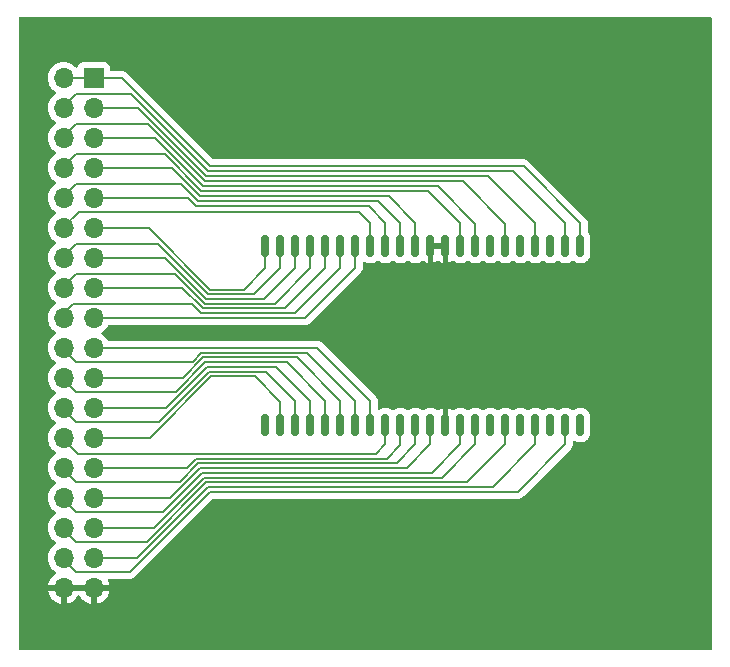
<source format=gtl>
G04 #@! TF.GenerationSoftware,KiCad,Pcbnew,8.0.7*
G04 #@! TF.CreationDate,2025-04-14T04:35:35+02:00*
G04 #@! TF.ProjectId,Am29F400B-MEGA-adapter,416d3239-4634-4303-9042-2d4d4547412d,rev?*
G04 #@! TF.SameCoordinates,Original*
G04 #@! TF.FileFunction,Copper,L1,Top*
G04 #@! TF.FilePolarity,Positive*
%FSLAX46Y46*%
G04 Gerber Fmt 4.6, Leading zero omitted, Abs format (unit mm)*
G04 Created by KiCad (PCBNEW 8.0.7) date 2025-04-14 04:35:35*
%MOMM*%
%LPD*%
G01*
G04 APERTURE LIST*
G04 Aperture macros list*
%AMRoundRect*
0 Rectangle with rounded corners*
0 $1 Rounding radius*
0 $2 $3 $4 $5 $6 $7 $8 $9 X,Y pos of 4 corners*
0 Add a 4 corners polygon primitive as box body*
4,1,4,$2,$3,$4,$5,$6,$7,$8,$9,$2,$3,0*
0 Add four circle primitives for the rounded corners*
1,1,$1+$1,$2,$3*
1,1,$1+$1,$4,$5*
1,1,$1+$1,$6,$7*
1,1,$1+$1,$8,$9*
0 Add four rect primitives between the rounded corners*
20,1,$1+$1,$2,$3,$4,$5,0*
20,1,$1+$1,$4,$5,$6,$7,0*
20,1,$1+$1,$6,$7,$8,$9,0*
20,1,$1+$1,$8,$9,$2,$3,0*%
G04 Aperture macros list end*
G04 #@! TA.AperFunction,SMDPad,CuDef*
%ADD10RoundRect,0.150000X0.150000X-0.775000X0.150000X0.775000X-0.150000X0.775000X-0.150000X-0.775000X0*%
G04 #@! TD*
G04 #@! TA.AperFunction,ComponentPad*
%ADD11R,1.700000X1.700000*%
G04 #@! TD*
G04 #@! TA.AperFunction,ComponentPad*
%ADD12O,1.700000X1.700000*%
G04 #@! TD*
G04 #@! TA.AperFunction,Conductor*
%ADD13C,0.200000*%
G04 #@! TD*
G04 APERTURE END LIST*
D10*
X133165000Y-98575000D03*
X134435000Y-98575000D03*
X135705000Y-98575000D03*
X136975000Y-98575000D03*
X138245000Y-98575000D03*
X139515000Y-98575000D03*
X140785000Y-98575000D03*
X142055000Y-98575000D03*
X143325000Y-98575000D03*
X144595000Y-98575000D03*
X145865000Y-98575000D03*
X147135000Y-98575000D03*
X148405000Y-98575000D03*
X149675000Y-98575000D03*
X150945000Y-98575000D03*
X152215000Y-98575000D03*
X153485000Y-98575000D03*
X154755000Y-98575000D03*
X156025000Y-98575000D03*
X157295000Y-98575000D03*
X158565000Y-98575000D03*
X159835000Y-98575000D03*
X159835000Y-83425000D03*
X158565000Y-83425000D03*
X157295000Y-83425000D03*
X156025000Y-83425000D03*
X154755000Y-83425000D03*
X153485000Y-83425000D03*
X152215000Y-83425000D03*
X150945000Y-83425000D03*
X149675000Y-83425000D03*
X148405000Y-83425000D03*
X147135000Y-83425000D03*
X145865000Y-83425000D03*
X144595000Y-83425000D03*
X143325000Y-83425000D03*
X142055000Y-83425000D03*
X140785000Y-83425000D03*
X139515000Y-83425000D03*
X138245000Y-83425000D03*
X136975000Y-83425000D03*
X135705000Y-83425000D03*
X134435000Y-83425000D03*
X133165000Y-83425000D03*
D11*
X118618000Y-69180000D03*
D12*
X116078000Y-69180000D03*
X118618000Y-71720000D03*
X116078000Y-71720000D03*
X118618000Y-74260000D03*
X116078000Y-74260000D03*
X118618000Y-76800000D03*
X116078000Y-76800000D03*
X118618000Y-79340000D03*
X116078000Y-79340000D03*
X118618000Y-81880000D03*
X116078000Y-81880000D03*
X118618000Y-84420000D03*
X116078000Y-84420000D03*
X118618000Y-86960000D03*
X116078000Y-86960000D03*
X118618000Y-89500000D03*
X116078000Y-89500000D03*
X118618000Y-92040000D03*
X116078000Y-92040000D03*
X118618000Y-94580000D03*
X116078000Y-94580000D03*
X118618000Y-97120000D03*
X116078000Y-97120000D03*
X118618000Y-99660000D03*
X116078000Y-99660000D03*
X118618000Y-102200000D03*
X116078000Y-102200000D03*
X118618000Y-104740000D03*
X116078000Y-104740000D03*
X118618000Y-107280000D03*
X116078000Y-107280000D03*
X118618000Y-109820000D03*
X116078000Y-109820000D03*
X118618000Y-112360000D03*
X116078000Y-112360000D03*
D13*
X120996000Y-69180000D02*
X115960000Y-69180000D01*
X128486000Y-76670000D02*
X120996000Y-69180000D01*
X155021902Y-76670000D02*
X128486000Y-76670000D01*
X159835000Y-81483098D02*
X155021902Y-76670000D01*
X159835000Y-83425000D02*
X159835000Y-81483098D01*
X154145244Y-77070000D02*
X128320314Y-77070000D01*
X128320314Y-77070000D02*
X121820314Y-70570000D01*
X158565000Y-83425000D02*
X158565000Y-81489756D01*
X117110000Y-70570000D02*
X115960000Y-71720000D01*
X121820314Y-70570000D02*
X117110000Y-70570000D01*
X158565000Y-81489756D02*
X154145244Y-77070000D01*
X151990943Y-77470000D02*
X128154628Y-77470000D01*
X128154628Y-77470000D02*
X122404628Y-71720000D01*
X156025000Y-83425000D02*
X156025000Y-81504057D01*
X122404628Y-71720000D02*
X118500000Y-71720000D01*
X156025000Y-81504057D02*
X151990943Y-77470000D01*
X123813256Y-74260000D02*
X118500000Y-74260000D01*
X150945000Y-83425000D02*
X150945000Y-81508295D01*
X150945000Y-81508295D02*
X147776705Y-78340000D01*
X127893256Y-78340000D02*
X123813256Y-74260000D01*
X147776705Y-78340000D02*
X127893256Y-78340000D01*
X149879629Y-77940000D02*
X128058942Y-77940000D01*
X117110000Y-73110000D02*
X115960000Y-74260000D01*
X128058942Y-77940000D02*
X123228942Y-73110000D01*
X153485000Y-83425000D02*
X153485000Y-81545371D01*
X123228942Y-73110000D02*
X117110000Y-73110000D01*
X153485000Y-81545371D02*
X149879629Y-77940000D01*
X127727570Y-78740000D02*
X124637570Y-75650000D01*
X124637570Y-75650000D02*
X117110000Y-75650000D01*
X146911245Y-78740000D02*
X127727570Y-78740000D01*
X149675000Y-83425000D02*
X149675000Y-81503755D01*
X149675000Y-81503755D02*
X146911245Y-78740000D01*
X117110000Y-75650000D02*
X115960000Y-76800000D01*
X145865000Y-81462138D02*
X145865000Y-83425000D01*
X125221884Y-76800000D02*
X127631884Y-79210000D01*
X143612862Y-79210000D02*
X145865000Y-81462138D01*
X127631884Y-79210000D02*
X143612862Y-79210000D01*
X118500000Y-76800000D02*
X125221884Y-76800000D01*
X128502000Y-87100000D02*
X123282000Y-81880000D01*
X133165000Y-85251290D02*
X131316290Y-87100000D01*
X131316290Y-87100000D02*
X128502000Y-87100000D01*
X133165000Y-83425000D02*
X133165000Y-85251290D01*
X123282000Y-81880000D02*
X118500000Y-81880000D01*
X126629645Y-79339133D02*
X127300512Y-80010000D01*
X118500867Y-79339133D02*
X126629645Y-79339133D01*
X143325000Y-81447459D02*
X143325000Y-83425000D01*
X141887541Y-80010000D02*
X143325000Y-81447459D01*
X118500000Y-79340000D02*
X118500867Y-79339133D01*
X127300512Y-80010000D02*
X141887541Y-80010000D01*
X117110000Y-83270000D02*
X124106314Y-83270000D01*
X134435000Y-85242647D02*
X134435000Y-83425000D01*
X124106314Y-83270000D02*
X128336314Y-87500000D01*
X132177647Y-87500000D02*
X134435000Y-85242647D01*
X128336314Y-87500000D02*
X132177647Y-87500000D01*
X115960000Y-84420000D02*
X117110000Y-83270000D01*
X118500000Y-84420000D02*
X124690628Y-84420000D01*
X124690628Y-84420000D02*
X128170628Y-87900000D01*
X128170628Y-87900000D02*
X133044352Y-87900000D01*
X133044352Y-87900000D02*
X135705000Y-85239352D01*
X135705000Y-85239352D02*
X135705000Y-83425000D01*
X128004942Y-88300000D02*
X133935942Y-88300000D01*
X115960000Y-86960000D02*
X117110000Y-85810000D01*
X133935942Y-88300000D02*
X136975000Y-85260942D01*
X136975000Y-85260942D02*
X136975000Y-83425000D01*
X117110000Y-85810000D02*
X125514942Y-85810000D01*
X125514942Y-85810000D02*
X128004942Y-88300000D01*
X134790204Y-88700000D02*
X127839256Y-88700000D01*
X138245000Y-85245204D02*
X134790204Y-88700000D01*
X127839256Y-88700000D02*
X126099256Y-86960000D01*
X138245000Y-83425000D02*
X138245000Y-85245204D01*
X126099256Y-86960000D02*
X118500000Y-86960000D01*
X126923570Y-88350000D02*
X116850000Y-88350000D01*
X127673570Y-89100000D02*
X126923570Y-88350000D01*
X139515000Y-85249374D02*
X135664374Y-89100000D01*
X135664374Y-89100000D02*
X127673570Y-89100000D01*
X139515000Y-83425000D02*
X139515000Y-85249374D01*
X116850000Y-88350000D02*
X115960000Y-89240000D01*
X115960000Y-89240000D02*
X115960000Y-89500000D01*
X118500000Y-89500000D02*
X136524663Y-89500000D01*
X136524663Y-89500000D02*
X140785000Y-85239663D01*
X140785000Y-85239663D02*
X140785000Y-83425000D01*
X158565000Y-100190690D02*
X158565000Y-98575000D01*
X117110000Y-110970000D02*
X121694000Y-110970000D01*
X154541885Y-104213805D02*
X158565000Y-100190690D01*
X121694000Y-110970000D02*
X128450195Y-104213805D01*
X115960000Y-109820000D02*
X117110000Y-110970000D01*
X128450195Y-104213805D02*
X154541885Y-104213805D01*
X156025000Y-98575000D02*
X156025000Y-100188572D01*
X122278314Y-109820000D02*
X118500000Y-109820000D01*
X128284509Y-103813805D02*
X122278314Y-109820000D01*
X156025000Y-100188572D02*
X152399767Y-103813805D01*
X152399767Y-103813805D02*
X128284509Y-103813805D01*
X153485000Y-100197651D02*
X153485000Y-98575000D01*
X128118823Y-103413805D02*
X150268846Y-103413805D01*
X150268846Y-103413805D02*
X153485000Y-100197651D01*
X115960000Y-107280000D02*
X117110000Y-108430000D01*
X117110000Y-108430000D02*
X123102628Y-108430000D01*
X123102628Y-108430000D02*
X128118823Y-103413805D01*
X148121128Y-103013805D02*
X150945000Y-100189933D01*
X150945000Y-100189933D02*
X150945000Y-98575000D01*
X118500000Y-107280000D02*
X123686942Y-107280000D01*
X127953137Y-103013805D02*
X148121128Y-103013805D01*
X123686942Y-107280000D02*
X127953137Y-103013805D01*
X117110000Y-105890000D02*
X124511256Y-105890000D01*
X115960000Y-104740000D02*
X117110000Y-105890000D01*
X127787451Y-102613805D02*
X147238870Y-102613805D01*
X149675000Y-100177675D02*
X149675000Y-98575000D01*
X124511256Y-105890000D02*
X127787451Y-102613805D01*
X147238870Y-102613805D02*
X149675000Y-100177675D01*
X127621765Y-102213805D02*
X145124748Y-102213805D01*
X118500000Y-104740000D02*
X125095570Y-104740000D01*
X145124748Y-102213805D02*
X147135000Y-100203553D01*
X125095570Y-104740000D02*
X127621765Y-102213805D01*
X147135000Y-100203553D02*
X147135000Y-98575000D01*
X143416225Y-101413805D02*
X144595000Y-100235030D01*
X127290393Y-101413805D02*
X143416225Y-101413805D01*
X118500000Y-102200000D02*
X126504198Y-102200000D01*
X126504198Y-102200000D02*
X127290393Y-101413805D01*
X144595000Y-100235030D02*
X144595000Y-98575000D01*
X137547981Y-92040000D02*
X142055000Y-96547019D01*
X142055000Y-96547019D02*
X142055000Y-98575000D01*
X118500000Y-92040000D02*
X137547981Y-92040000D01*
X126993570Y-93190000D02*
X117110000Y-93190000D01*
X136682521Y-92440000D02*
X127743570Y-92440000D01*
X140785000Y-98575000D02*
X140785000Y-96542479D01*
X127743570Y-92440000D02*
X126993570Y-93190000D01*
X117110000Y-93190000D02*
X115960000Y-92040000D01*
X140785000Y-96542479D02*
X136682521Y-92440000D01*
X134435000Y-96581372D02*
X132293628Y-94440000D01*
X132293628Y-94440000D02*
X128572000Y-94440000D01*
X128572000Y-94440000D02*
X123352000Y-99660000D01*
X134435000Y-98575000D02*
X134435000Y-96581372D01*
X123352000Y-99660000D02*
X118500000Y-99660000D01*
X126169256Y-94580000D02*
X118500000Y-94580000D01*
X139515000Y-96554737D02*
X135800263Y-92840000D01*
X127909256Y-92840000D02*
X126169256Y-94580000D01*
X139515000Y-98575000D02*
X139515000Y-96554737D01*
X135800263Y-92840000D02*
X127909256Y-92840000D01*
X124760628Y-97120000D02*
X118500000Y-97120000D01*
X136975000Y-96534459D02*
X134080541Y-93640000D01*
X134080541Y-93640000D02*
X128240628Y-93640000D01*
X136975000Y-98575000D02*
X136975000Y-96534459D01*
X128240628Y-93640000D02*
X124760628Y-97120000D01*
X133231880Y-94040000D02*
X135705000Y-96513120D01*
X124176314Y-98270000D02*
X128406314Y-94040000D01*
X135705000Y-96513120D02*
X135705000Y-98575000D01*
X117110000Y-98270000D02*
X124176314Y-98270000D01*
X115960000Y-97120000D02*
X117110000Y-98270000D01*
X128406314Y-94040000D02*
X133231880Y-94040000D01*
X145865000Y-100208092D02*
X145865000Y-98575000D01*
X115960000Y-102200000D02*
X117110000Y-103350000D01*
X144259287Y-101813805D02*
X145865000Y-100208092D01*
X117110000Y-103350000D02*
X125919884Y-103350000D01*
X125919884Y-103350000D02*
X127456079Y-101813805D01*
X127456079Y-101813805D02*
X144259287Y-101813805D01*
X142481832Y-101013805D02*
X143325000Y-100170637D01*
X117313805Y-101013805D02*
X142481832Y-101013805D01*
X115960000Y-99660000D02*
X117313805Y-101013805D01*
X143325000Y-100170637D02*
X143325000Y-98575000D01*
X128074942Y-93240000D02*
X134946001Y-93240000D01*
X134946001Y-93240000D02*
X138245000Y-96538999D01*
X125584942Y-95730000D02*
X128074942Y-93240000D01*
X117110000Y-95730000D02*
X125584942Y-95730000D01*
X138245000Y-96538999D02*
X138245000Y-98575000D01*
X115960000Y-94580000D02*
X117110000Y-95730000D01*
X117350000Y-80490000D02*
X115960000Y-81880000D01*
X141055000Y-80490000D02*
X117350000Y-80490000D01*
X142055000Y-81490000D02*
X141055000Y-80490000D01*
X142055000Y-83425000D02*
X142055000Y-81490000D01*
X126046198Y-78190000D02*
X117110000Y-78190000D01*
X144595000Y-81502394D02*
X142702606Y-79610000D01*
X142702606Y-79610000D02*
X127466198Y-79610000D01*
X117110000Y-78190000D02*
X115960000Y-79340000D01*
X127466198Y-79610000D02*
X126046198Y-78190000D01*
X144595000Y-83425000D02*
X144595000Y-81502394D01*
G04 #@! TA.AperFunction,Conductor*
G36*
X118152075Y-112167007D02*
G01*
X118118000Y-112294174D01*
X118118000Y-112425826D01*
X118152075Y-112552993D01*
X118184988Y-112610000D01*
X116511012Y-112610000D01*
X116543925Y-112552993D01*
X116578000Y-112425826D01*
X116578000Y-112294174D01*
X116543925Y-112167007D01*
X116511012Y-112110000D01*
X118184988Y-112110000D01*
X118152075Y-112167007D01*
G37*
G04 #@! TD.AperFunction*
G04 #@! TA.AperFunction,Conductor*
G36*
X170892539Y-64020185D02*
G01*
X170938294Y-64072989D01*
X170949500Y-64124500D01*
X170949500Y-117485500D01*
X170929815Y-117552539D01*
X170877011Y-117598294D01*
X170825500Y-117609500D01*
X112384500Y-117609500D01*
X112317461Y-117589815D01*
X112271706Y-117537011D01*
X112260500Y-117485500D01*
X112260500Y-69179999D01*
X114722341Y-69179999D01*
X114722341Y-69180000D01*
X114742936Y-69415403D01*
X114742938Y-69415413D01*
X114804094Y-69643655D01*
X114804096Y-69643659D01*
X114804097Y-69643663D01*
X114869588Y-69784108D01*
X114903965Y-69857830D01*
X114903967Y-69857834D01*
X115039501Y-70051395D01*
X115039506Y-70051402D01*
X115206597Y-70218493D01*
X115206603Y-70218498D01*
X115392158Y-70348425D01*
X115435783Y-70403002D01*
X115442977Y-70472500D01*
X115411454Y-70534855D01*
X115392158Y-70551575D01*
X115206597Y-70681505D01*
X115039505Y-70848597D01*
X114903965Y-71042169D01*
X114903964Y-71042171D01*
X114804098Y-71256335D01*
X114804094Y-71256344D01*
X114742938Y-71484586D01*
X114742936Y-71484596D01*
X114722341Y-71719999D01*
X114722341Y-71720000D01*
X114742936Y-71955403D01*
X114742938Y-71955413D01*
X114804094Y-72183655D01*
X114804096Y-72183659D01*
X114804097Y-72183663D01*
X114903965Y-72397830D01*
X114903967Y-72397834D01*
X115039501Y-72591395D01*
X115039506Y-72591402D01*
X115206597Y-72758493D01*
X115206603Y-72758498D01*
X115392158Y-72888425D01*
X115435783Y-72943002D01*
X115442977Y-73012500D01*
X115411454Y-73074855D01*
X115392158Y-73091575D01*
X115206597Y-73221505D01*
X115039505Y-73388597D01*
X114903965Y-73582169D01*
X114903964Y-73582171D01*
X114804098Y-73796335D01*
X114804094Y-73796344D01*
X114742938Y-74024586D01*
X114742936Y-74024596D01*
X114722341Y-74259999D01*
X114722341Y-74260000D01*
X114742936Y-74495403D01*
X114742938Y-74495413D01*
X114804094Y-74723655D01*
X114804096Y-74723659D01*
X114804097Y-74723663D01*
X114903965Y-74937830D01*
X114903967Y-74937834D01*
X115039501Y-75131395D01*
X115039506Y-75131402D01*
X115206597Y-75298493D01*
X115206603Y-75298498D01*
X115392158Y-75428425D01*
X115435783Y-75483002D01*
X115442977Y-75552500D01*
X115411454Y-75614855D01*
X115392158Y-75631575D01*
X115206597Y-75761505D01*
X115039505Y-75928597D01*
X114903965Y-76122169D01*
X114903964Y-76122171D01*
X114804098Y-76336335D01*
X114804094Y-76336344D01*
X114742938Y-76564586D01*
X114742936Y-76564596D01*
X114722341Y-76799999D01*
X114722341Y-76800000D01*
X114742936Y-77035403D01*
X114742938Y-77035413D01*
X114804094Y-77263655D01*
X114804096Y-77263659D01*
X114804097Y-77263663D01*
X114903965Y-77477830D01*
X114903967Y-77477834D01*
X114982157Y-77589500D01*
X115039095Y-77670816D01*
X115039501Y-77671395D01*
X115039506Y-77671402D01*
X115206597Y-77838493D01*
X115206603Y-77838498D01*
X115392158Y-77968425D01*
X115435783Y-78023002D01*
X115442977Y-78092500D01*
X115411454Y-78154855D01*
X115392158Y-78171575D01*
X115206597Y-78301505D01*
X115039505Y-78468597D01*
X114903965Y-78662169D01*
X114903964Y-78662171D01*
X114804098Y-78876335D01*
X114804094Y-78876344D01*
X114742938Y-79104586D01*
X114742936Y-79104596D01*
X114722341Y-79339999D01*
X114722341Y-79340000D01*
X114742936Y-79575403D01*
X114742938Y-79575413D01*
X114804094Y-79803655D01*
X114804096Y-79803659D01*
X114804097Y-79803663D01*
X114808000Y-79812032D01*
X114903965Y-80017830D01*
X114903967Y-80017834D01*
X115039501Y-80211395D01*
X115039506Y-80211402D01*
X115206597Y-80378493D01*
X115206603Y-80378498D01*
X115392158Y-80508425D01*
X115435783Y-80563002D01*
X115442977Y-80632500D01*
X115411454Y-80694855D01*
X115392158Y-80711575D01*
X115206597Y-80841505D01*
X115039505Y-81008597D01*
X114903965Y-81202169D01*
X114903964Y-81202171D01*
X114804098Y-81416335D01*
X114804094Y-81416344D01*
X114742938Y-81644586D01*
X114742936Y-81644596D01*
X114722341Y-81879999D01*
X114722341Y-81880000D01*
X114742936Y-82115403D01*
X114742938Y-82115413D01*
X114804094Y-82343655D01*
X114804096Y-82343659D01*
X114804097Y-82343663D01*
X114899114Y-82547426D01*
X114903965Y-82557830D01*
X114903967Y-82557834D01*
X115039501Y-82751395D01*
X115039506Y-82751402D01*
X115206597Y-82918493D01*
X115206603Y-82918498D01*
X115392158Y-83048425D01*
X115435783Y-83103002D01*
X115442977Y-83172500D01*
X115411454Y-83234855D01*
X115392158Y-83251575D01*
X115206597Y-83381505D01*
X115039505Y-83548597D01*
X114903965Y-83742169D01*
X114903964Y-83742171D01*
X114804098Y-83956335D01*
X114804094Y-83956344D01*
X114742938Y-84184586D01*
X114742936Y-84184596D01*
X114722341Y-84419999D01*
X114722341Y-84420000D01*
X114742936Y-84655403D01*
X114742938Y-84655413D01*
X114804094Y-84883655D01*
X114804096Y-84883659D01*
X114804097Y-84883663D01*
X114888875Y-85065469D01*
X114903965Y-85097830D01*
X114903967Y-85097834D01*
X115039501Y-85291395D01*
X115039506Y-85291402D01*
X115206597Y-85458493D01*
X115206603Y-85458498D01*
X115392158Y-85588425D01*
X115435783Y-85643002D01*
X115442977Y-85712500D01*
X115411454Y-85774855D01*
X115392158Y-85791575D01*
X115206597Y-85921505D01*
X115039505Y-86088597D01*
X114903965Y-86282169D01*
X114903964Y-86282171D01*
X114804098Y-86496335D01*
X114804094Y-86496344D01*
X114742938Y-86724586D01*
X114742936Y-86724596D01*
X114722341Y-86959999D01*
X114722341Y-86960000D01*
X114742936Y-87195403D01*
X114742938Y-87195413D01*
X114804094Y-87423655D01*
X114804096Y-87423659D01*
X114804097Y-87423663D01*
X114903965Y-87637830D01*
X114903967Y-87637834D01*
X115039501Y-87831395D01*
X115039506Y-87831402D01*
X115206597Y-87998493D01*
X115206603Y-87998498D01*
X115392158Y-88128425D01*
X115435783Y-88183002D01*
X115442977Y-88252500D01*
X115411454Y-88314855D01*
X115392158Y-88331575D01*
X115206597Y-88461505D01*
X115039505Y-88628597D01*
X114903965Y-88822169D01*
X114903964Y-88822171D01*
X114804098Y-89036335D01*
X114804094Y-89036344D01*
X114742938Y-89264586D01*
X114742936Y-89264596D01*
X114722341Y-89499999D01*
X114722341Y-89500000D01*
X114742936Y-89735403D01*
X114742938Y-89735413D01*
X114804094Y-89963655D01*
X114804096Y-89963659D01*
X114804097Y-89963663D01*
X114867906Y-90100501D01*
X114903965Y-90177830D01*
X114903967Y-90177834D01*
X115012281Y-90332521D01*
X115039501Y-90371396D01*
X115039506Y-90371402D01*
X115206597Y-90538493D01*
X115206603Y-90538498D01*
X115392158Y-90668425D01*
X115435783Y-90723002D01*
X115442977Y-90792500D01*
X115411454Y-90854855D01*
X115392158Y-90871575D01*
X115206597Y-91001505D01*
X115039505Y-91168597D01*
X114903965Y-91362169D01*
X114903964Y-91362171D01*
X114804098Y-91576335D01*
X114804094Y-91576344D01*
X114742938Y-91804586D01*
X114742936Y-91804596D01*
X114722341Y-92039999D01*
X114722341Y-92040000D01*
X114742936Y-92275403D01*
X114742938Y-92275413D01*
X114804094Y-92503655D01*
X114804096Y-92503659D01*
X114804097Y-92503663D01*
X114844124Y-92589500D01*
X114903965Y-92717830D01*
X114903967Y-92717834D01*
X115039501Y-92911395D01*
X115039506Y-92911402D01*
X115206597Y-93078493D01*
X115206603Y-93078498D01*
X115392158Y-93208425D01*
X115435783Y-93263002D01*
X115442977Y-93332500D01*
X115411454Y-93394855D01*
X115392158Y-93411575D01*
X115206597Y-93541505D01*
X115039505Y-93708597D01*
X114903965Y-93902169D01*
X114903964Y-93902171D01*
X114804098Y-94116335D01*
X114804094Y-94116344D01*
X114742938Y-94344586D01*
X114742936Y-94344596D01*
X114722341Y-94579999D01*
X114722341Y-94580000D01*
X114742936Y-94815403D01*
X114742938Y-94815413D01*
X114804094Y-95043655D01*
X114804096Y-95043659D01*
X114804097Y-95043663D01*
X114844124Y-95129500D01*
X114903965Y-95257830D01*
X114903967Y-95257834D01*
X115039501Y-95451395D01*
X115039506Y-95451402D01*
X115206597Y-95618493D01*
X115206603Y-95618498D01*
X115392158Y-95748425D01*
X115435783Y-95803002D01*
X115442977Y-95872500D01*
X115411454Y-95934855D01*
X115392158Y-95951575D01*
X115206597Y-96081505D01*
X115039505Y-96248597D01*
X114903965Y-96442169D01*
X114903964Y-96442171D01*
X114804098Y-96656335D01*
X114804094Y-96656344D01*
X114742938Y-96884586D01*
X114742936Y-96884596D01*
X114722341Y-97119999D01*
X114722341Y-97120000D01*
X114742936Y-97355403D01*
X114742938Y-97355413D01*
X114804094Y-97583655D01*
X114804096Y-97583659D01*
X114804097Y-97583663D01*
X114903965Y-97797830D01*
X114903967Y-97797834D01*
X115039501Y-97991395D01*
X115039506Y-97991402D01*
X115206597Y-98158493D01*
X115206603Y-98158498D01*
X115392158Y-98288425D01*
X115435783Y-98343002D01*
X115442977Y-98412500D01*
X115411454Y-98474855D01*
X115392158Y-98491575D01*
X115206597Y-98621505D01*
X115039505Y-98788597D01*
X114903965Y-98982169D01*
X114903964Y-98982171D01*
X114804098Y-99196335D01*
X114804094Y-99196344D01*
X114742938Y-99424586D01*
X114742936Y-99424596D01*
X114722341Y-99659999D01*
X114722341Y-99660000D01*
X114742936Y-99895403D01*
X114742938Y-99895413D01*
X114804094Y-100123655D01*
X114804096Y-100123659D01*
X114804097Y-100123663D01*
X114875462Y-100276706D01*
X114903965Y-100337830D01*
X114903967Y-100337834D01*
X115039501Y-100531395D01*
X115039506Y-100531402D01*
X115206597Y-100698493D01*
X115206603Y-100698498D01*
X115392158Y-100828425D01*
X115435783Y-100883002D01*
X115442977Y-100952500D01*
X115411454Y-101014855D01*
X115392158Y-101031575D01*
X115206597Y-101161505D01*
X115039505Y-101328597D01*
X114903965Y-101522169D01*
X114903964Y-101522171D01*
X114804098Y-101736335D01*
X114804094Y-101736344D01*
X114742938Y-101964586D01*
X114742936Y-101964596D01*
X114722341Y-102199999D01*
X114722341Y-102200000D01*
X114742936Y-102435403D01*
X114742938Y-102435413D01*
X114804094Y-102663655D01*
X114804096Y-102663659D01*
X114804097Y-102663663D01*
X114903965Y-102877830D01*
X114903967Y-102877834D01*
X115039501Y-103071395D01*
X115039506Y-103071402D01*
X115206597Y-103238493D01*
X115206603Y-103238498D01*
X115392158Y-103368425D01*
X115435783Y-103423002D01*
X115442977Y-103492500D01*
X115411454Y-103554855D01*
X115392158Y-103571575D01*
X115206597Y-103701505D01*
X115039505Y-103868597D01*
X114903965Y-104062169D01*
X114903964Y-104062171D01*
X114804098Y-104276335D01*
X114804094Y-104276344D01*
X114742938Y-104504586D01*
X114742936Y-104504596D01*
X114722341Y-104739999D01*
X114742936Y-104975403D01*
X114742938Y-104975413D01*
X114804094Y-105203655D01*
X114804096Y-105203659D01*
X114804097Y-105203663D01*
X114844124Y-105289500D01*
X114903965Y-105417830D01*
X114903967Y-105417834D01*
X115039501Y-105611395D01*
X115039506Y-105611402D01*
X115206597Y-105778493D01*
X115206603Y-105778498D01*
X115392158Y-105908425D01*
X115435783Y-105963002D01*
X115442977Y-106032500D01*
X115411454Y-106094855D01*
X115392158Y-106111575D01*
X115206597Y-106241505D01*
X115039505Y-106408597D01*
X114903965Y-106602169D01*
X114903964Y-106602171D01*
X114804098Y-106816335D01*
X114804094Y-106816344D01*
X114742938Y-107044586D01*
X114742936Y-107044596D01*
X114722341Y-107279999D01*
X114722341Y-107280000D01*
X114742936Y-107515403D01*
X114742938Y-107515413D01*
X114804094Y-107743655D01*
X114804096Y-107743659D01*
X114804097Y-107743663D01*
X114844124Y-107829500D01*
X114903965Y-107957830D01*
X114903967Y-107957834D01*
X115039501Y-108151395D01*
X115039506Y-108151402D01*
X115206597Y-108318493D01*
X115206603Y-108318498D01*
X115392158Y-108448425D01*
X115435783Y-108503002D01*
X115442977Y-108572500D01*
X115411454Y-108634855D01*
X115392158Y-108651575D01*
X115206597Y-108781505D01*
X115039505Y-108948597D01*
X114903965Y-109142169D01*
X114903964Y-109142171D01*
X114804098Y-109356335D01*
X114804094Y-109356344D01*
X114742938Y-109584586D01*
X114742936Y-109584596D01*
X114722341Y-109819999D01*
X114722341Y-109820000D01*
X114742936Y-110055403D01*
X114742938Y-110055413D01*
X114804094Y-110283655D01*
X114804096Y-110283659D01*
X114804097Y-110283663D01*
X114844124Y-110369500D01*
X114903965Y-110497830D01*
X114903967Y-110497834D01*
X115039501Y-110691395D01*
X115039506Y-110691402D01*
X115206597Y-110858493D01*
X115206603Y-110858498D01*
X115392594Y-110988730D01*
X115436219Y-111043307D01*
X115443413Y-111112805D01*
X115411890Y-111175160D01*
X115392595Y-111191880D01*
X115206922Y-111321890D01*
X115206920Y-111321891D01*
X115039891Y-111488920D01*
X115039886Y-111488926D01*
X114904400Y-111682420D01*
X114904399Y-111682422D01*
X114804570Y-111896507D01*
X114804567Y-111896513D01*
X114747364Y-112109999D01*
X114747364Y-112110000D01*
X115644988Y-112110000D01*
X115612075Y-112167007D01*
X115578000Y-112294174D01*
X115578000Y-112425826D01*
X115612075Y-112552993D01*
X115644988Y-112610000D01*
X114747364Y-112610000D01*
X114804567Y-112823486D01*
X114804570Y-112823492D01*
X114904399Y-113037578D01*
X115039894Y-113231082D01*
X115206917Y-113398105D01*
X115400421Y-113533600D01*
X115614507Y-113633429D01*
X115614516Y-113633433D01*
X115828000Y-113690634D01*
X115828000Y-112793012D01*
X115885007Y-112825925D01*
X116012174Y-112860000D01*
X116143826Y-112860000D01*
X116270993Y-112825925D01*
X116328000Y-112793012D01*
X116328000Y-113690633D01*
X116541483Y-113633433D01*
X116541492Y-113633429D01*
X116755578Y-113533600D01*
X116949082Y-113398105D01*
X117116105Y-113231082D01*
X117246425Y-113044968D01*
X117301002Y-113001344D01*
X117370501Y-112994151D01*
X117432855Y-113025673D01*
X117449575Y-113044968D01*
X117579894Y-113231082D01*
X117746917Y-113398105D01*
X117940421Y-113533600D01*
X118154507Y-113633429D01*
X118154516Y-113633433D01*
X118368000Y-113690634D01*
X118368000Y-112793012D01*
X118425007Y-112825925D01*
X118552174Y-112860000D01*
X118683826Y-112860000D01*
X118810993Y-112825925D01*
X118868000Y-112793012D01*
X118868000Y-113690633D01*
X119081483Y-113633433D01*
X119081492Y-113633429D01*
X119295578Y-113533600D01*
X119489082Y-113398105D01*
X119656105Y-113231082D01*
X119791600Y-113037578D01*
X119891429Y-112823492D01*
X119891432Y-112823486D01*
X119948636Y-112610000D01*
X119051012Y-112610000D01*
X119083925Y-112552993D01*
X119118000Y-112425826D01*
X119118000Y-112294174D01*
X119083925Y-112167007D01*
X119051012Y-112110000D01*
X119948636Y-112110000D01*
X119948635Y-112109999D01*
X119891432Y-111896513D01*
X119891429Y-111896507D01*
X119821669Y-111746905D01*
X119811177Y-111677827D01*
X119839697Y-111614043D01*
X119898173Y-111575804D01*
X119934051Y-111570500D01*
X121607331Y-111570500D01*
X121607347Y-111570501D01*
X121614943Y-111570501D01*
X121773054Y-111570501D01*
X121773057Y-111570501D01*
X121925785Y-111529577D01*
X121975904Y-111500639D01*
X122062716Y-111450520D01*
X122174520Y-111338716D01*
X122174520Y-111338714D01*
X122184728Y-111328507D01*
X122184729Y-111328504D01*
X128662612Y-104850624D01*
X128723935Y-104817139D01*
X128750293Y-104814305D01*
X154455216Y-104814305D01*
X154455232Y-104814306D01*
X154462828Y-104814306D01*
X154620939Y-104814306D01*
X154620942Y-104814306D01*
X154773670Y-104773382D01*
X154831489Y-104740000D01*
X154910601Y-104694325D01*
X155022405Y-104582521D01*
X155022405Y-104582519D01*
X155032609Y-104572316D01*
X155032612Y-104572311D01*
X159045520Y-100559406D01*
X159124577Y-100422475D01*
X159165501Y-100269747D01*
X159165501Y-100111632D01*
X159165501Y-100104037D01*
X159165500Y-100104019D01*
X159165500Y-100015906D01*
X159185185Y-99948867D01*
X159237989Y-99903112D01*
X159307147Y-99893168D01*
X159352617Y-99909172D01*
X159424602Y-99951744D01*
X159450806Y-99959357D01*
X159582426Y-99997597D01*
X159582429Y-99997597D01*
X159582431Y-99997598D01*
X159619306Y-100000500D01*
X159619314Y-100000500D01*
X160050686Y-100000500D01*
X160050694Y-100000500D01*
X160087569Y-99997598D01*
X160087571Y-99997597D01*
X160087573Y-99997597D01*
X160133031Y-99984390D01*
X160245398Y-99951744D01*
X160386865Y-99868081D01*
X160503081Y-99751865D01*
X160586744Y-99610398D01*
X160632598Y-99452569D01*
X160635500Y-99415694D01*
X160635500Y-97734306D01*
X160632598Y-97697431D01*
X160624483Y-97669500D01*
X160586745Y-97539606D01*
X160586744Y-97539603D01*
X160586744Y-97539602D01*
X160503081Y-97398135D01*
X160503079Y-97398133D01*
X160503076Y-97398129D01*
X160386870Y-97281923D01*
X160386862Y-97281917D01*
X160250261Y-97201132D01*
X160245398Y-97198256D01*
X160245397Y-97198255D01*
X160245396Y-97198255D01*
X160245393Y-97198254D01*
X160087573Y-97152402D01*
X160087567Y-97152401D01*
X160050701Y-97149500D01*
X160050694Y-97149500D01*
X159619306Y-97149500D01*
X159619298Y-97149500D01*
X159582432Y-97152401D01*
X159582426Y-97152402D01*
X159424606Y-97198254D01*
X159424603Y-97198255D01*
X159283137Y-97281917D01*
X159276969Y-97286702D01*
X159275072Y-97284256D01*
X159226358Y-97310857D01*
X159156666Y-97305873D01*
X159124296Y-97285069D01*
X159123031Y-97286702D01*
X159116862Y-97281917D01*
X158980261Y-97201132D01*
X158975398Y-97198256D01*
X158975397Y-97198255D01*
X158975396Y-97198255D01*
X158975393Y-97198254D01*
X158817573Y-97152402D01*
X158817567Y-97152401D01*
X158780701Y-97149500D01*
X158780694Y-97149500D01*
X158349306Y-97149500D01*
X158349298Y-97149500D01*
X158312432Y-97152401D01*
X158312426Y-97152402D01*
X158154606Y-97198254D01*
X158154603Y-97198255D01*
X158013137Y-97281917D01*
X158006969Y-97286702D01*
X158005072Y-97284256D01*
X157956358Y-97310857D01*
X157886666Y-97305873D01*
X157854296Y-97285069D01*
X157853031Y-97286702D01*
X157846862Y-97281917D01*
X157710261Y-97201132D01*
X157705398Y-97198256D01*
X157705397Y-97198255D01*
X157705396Y-97198255D01*
X157705393Y-97198254D01*
X157547573Y-97152402D01*
X157547567Y-97152401D01*
X157510701Y-97149500D01*
X157510694Y-97149500D01*
X157079306Y-97149500D01*
X157079298Y-97149500D01*
X157042432Y-97152401D01*
X157042426Y-97152402D01*
X156884606Y-97198254D01*
X156884603Y-97198255D01*
X156743137Y-97281917D01*
X156736969Y-97286702D01*
X156735072Y-97284256D01*
X156686358Y-97310857D01*
X156616666Y-97305873D01*
X156584296Y-97285069D01*
X156583031Y-97286702D01*
X156576862Y-97281917D01*
X156440261Y-97201132D01*
X156435398Y-97198256D01*
X156435397Y-97198255D01*
X156435396Y-97198255D01*
X156435393Y-97198254D01*
X156277573Y-97152402D01*
X156277567Y-97152401D01*
X156240701Y-97149500D01*
X156240694Y-97149500D01*
X155809306Y-97149500D01*
X155809298Y-97149500D01*
X155772432Y-97152401D01*
X155772426Y-97152402D01*
X155614606Y-97198254D01*
X155614603Y-97198255D01*
X155473137Y-97281917D01*
X155466969Y-97286702D01*
X155465072Y-97284256D01*
X155416358Y-97310857D01*
X155346666Y-97305873D01*
X155314296Y-97285069D01*
X155313031Y-97286702D01*
X155306862Y-97281917D01*
X155170261Y-97201132D01*
X155165398Y-97198256D01*
X155165397Y-97198255D01*
X155165396Y-97198255D01*
X155165393Y-97198254D01*
X155007573Y-97152402D01*
X155007567Y-97152401D01*
X154970701Y-97149500D01*
X154970694Y-97149500D01*
X154539306Y-97149500D01*
X154539298Y-97149500D01*
X154502432Y-97152401D01*
X154502426Y-97152402D01*
X154344606Y-97198254D01*
X154344603Y-97198255D01*
X154203137Y-97281917D01*
X154196969Y-97286702D01*
X154195072Y-97284256D01*
X154146358Y-97310857D01*
X154076666Y-97305873D01*
X154044296Y-97285069D01*
X154043031Y-97286702D01*
X154036862Y-97281917D01*
X153900261Y-97201132D01*
X153895398Y-97198256D01*
X153895397Y-97198255D01*
X153895396Y-97198255D01*
X153895393Y-97198254D01*
X153737573Y-97152402D01*
X153737567Y-97152401D01*
X153700701Y-97149500D01*
X153700694Y-97149500D01*
X153269306Y-97149500D01*
X153269298Y-97149500D01*
X153232432Y-97152401D01*
X153232426Y-97152402D01*
X153074606Y-97198254D01*
X153074603Y-97198255D01*
X152933137Y-97281917D01*
X152926969Y-97286702D01*
X152925072Y-97284256D01*
X152876358Y-97310857D01*
X152806666Y-97305873D01*
X152774296Y-97285069D01*
X152773031Y-97286702D01*
X152766862Y-97281917D01*
X152630261Y-97201132D01*
X152625398Y-97198256D01*
X152625397Y-97198255D01*
X152625396Y-97198255D01*
X152625393Y-97198254D01*
X152467573Y-97152402D01*
X152467567Y-97152401D01*
X152430701Y-97149500D01*
X152430694Y-97149500D01*
X151999306Y-97149500D01*
X151999298Y-97149500D01*
X151962432Y-97152401D01*
X151962426Y-97152402D01*
X151804606Y-97198254D01*
X151804603Y-97198255D01*
X151663137Y-97281917D01*
X151656969Y-97286702D01*
X151655072Y-97284256D01*
X151606358Y-97310857D01*
X151536666Y-97305873D01*
X151504296Y-97285069D01*
X151503031Y-97286702D01*
X151496862Y-97281917D01*
X151360261Y-97201132D01*
X151355398Y-97198256D01*
X151355397Y-97198255D01*
X151355396Y-97198255D01*
X151355393Y-97198254D01*
X151197573Y-97152402D01*
X151197567Y-97152401D01*
X151160701Y-97149500D01*
X151160694Y-97149500D01*
X150729306Y-97149500D01*
X150729298Y-97149500D01*
X150692432Y-97152401D01*
X150692426Y-97152402D01*
X150534606Y-97198254D01*
X150534603Y-97198255D01*
X150393137Y-97281917D01*
X150386969Y-97286702D01*
X150385072Y-97284256D01*
X150336358Y-97310857D01*
X150266666Y-97305873D01*
X150234296Y-97285069D01*
X150233031Y-97286702D01*
X150226862Y-97281917D01*
X150090261Y-97201132D01*
X150085398Y-97198256D01*
X150085397Y-97198255D01*
X150085396Y-97198255D01*
X150085393Y-97198254D01*
X149927573Y-97152402D01*
X149927567Y-97152401D01*
X149890701Y-97149500D01*
X149890694Y-97149500D01*
X149459306Y-97149500D01*
X149459298Y-97149500D01*
X149422432Y-97152401D01*
X149422426Y-97152402D01*
X149264606Y-97198254D01*
X149264603Y-97198255D01*
X149123140Y-97281915D01*
X149116974Y-97286699D01*
X149115174Y-97284379D01*
X149065913Y-97311230D01*
X148996225Y-97306193D01*
X148963992Y-97285461D01*
X148962722Y-97287100D01*
X148956552Y-97282314D01*
X148815196Y-97198717D01*
X148815193Y-97198716D01*
X148657494Y-97152900D01*
X148657497Y-97152900D01*
X148655000Y-97152703D01*
X148655000Y-98451000D01*
X148635315Y-98518039D01*
X148582511Y-98563794D01*
X148531000Y-98575000D01*
X148279000Y-98575000D01*
X148211961Y-98555315D01*
X148166206Y-98502511D01*
X148155000Y-98451000D01*
X148155000Y-97152703D01*
X148152503Y-97152900D01*
X147994806Y-97198716D01*
X147994803Y-97198717D01*
X147853449Y-97282313D01*
X147847283Y-97287097D01*
X147845389Y-97284655D01*
X147796580Y-97311239D01*
X147726894Y-97306179D01*
X147694227Y-97285159D01*
X147693031Y-97286702D01*
X147686862Y-97281917D01*
X147550261Y-97201132D01*
X147545398Y-97198256D01*
X147545397Y-97198255D01*
X147545396Y-97198255D01*
X147545393Y-97198254D01*
X147387573Y-97152402D01*
X147387567Y-97152401D01*
X147350701Y-97149500D01*
X147350694Y-97149500D01*
X146919306Y-97149500D01*
X146919298Y-97149500D01*
X146882432Y-97152401D01*
X146882426Y-97152402D01*
X146724606Y-97198254D01*
X146724603Y-97198255D01*
X146583137Y-97281917D01*
X146576969Y-97286702D01*
X146575072Y-97284256D01*
X146526358Y-97310857D01*
X146456666Y-97305873D01*
X146424296Y-97285069D01*
X146423031Y-97286702D01*
X146416862Y-97281917D01*
X146280261Y-97201132D01*
X146275398Y-97198256D01*
X146275397Y-97198255D01*
X146275396Y-97198255D01*
X146275393Y-97198254D01*
X146117573Y-97152402D01*
X146117567Y-97152401D01*
X146080701Y-97149500D01*
X146080694Y-97149500D01*
X145649306Y-97149500D01*
X145649298Y-97149500D01*
X145612432Y-97152401D01*
X145612426Y-97152402D01*
X145454606Y-97198254D01*
X145454603Y-97198255D01*
X145313137Y-97281917D01*
X145306969Y-97286702D01*
X145305072Y-97284256D01*
X145256358Y-97310857D01*
X145186666Y-97305873D01*
X145154296Y-97285069D01*
X145153031Y-97286702D01*
X145146862Y-97281917D01*
X145010261Y-97201132D01*
X145005398Y-97198256D01*
X145005397Y-97198255D01*
X145005396Y-97198255D01*
X145005393Y-97198254D01*
X144847573Y-97152402D01*
X144847567Y-97152401D01*
X144810701Y-97149500D01*
X144810694Y-97149500D01*
X144379306Y-97149500D01*
X144379298Y-97149500D01*
X144342432Y-97152401D01*
X144342426Y-97152402D01*
X144184606Y-97198254D01*
X144184603Y-97198255D01*
X144043137Y-97281917D01*
X144036969Y-97286702D01*
X144035072Y-97284256D01*
X143986358Y-97310857D01*
X143916666Y-97305873D01*
X143884296Y-97285069D01*
X143883031Y-97286702D01*
X143876862Y-97281917D01*
X143740261Y-97201132D01*
X143735398Y-97198256D01*
X143735397Y-97198255D01*
X143735396Y-97198255D01*
X143735393Y-97198254D01*
X143577573Y-97152402D01*
X143577567Y-97152401D01*
X143540701Y-97149500D01*
X143540694Y-97149500D01*
X143109306Y-97149500D01*
X143109298Y-97149500D01*
X143072432Y-97152401D01*
X143072426Y-97152402D01*
X142914606Y-97198254D01*
X142914599Y-97198257D01*
X142842620Y-97240825D01*
X142774896Y-97258008D01*
X142708634Y-97235848D01*
X142664871Y-97181381D01*
X142655500Y-97134093D01*
X142655500Y-96467964D01*
X142655500Y-96467962D01*
X142614577Y-96315235D01*
X142576104Y-96248597D01*
X142535524Y-96178309D01*
X142535521Y-96178305D01*
X142535520Y-96178303D01*
X142423716Y-96066499D01*
X142423715Y-96066498D01*
X142419385Y-96062168D01*
X142419374Y-96062158D01*
X138035571Y-91678355D01*
X138035569Y-91678352D01*
X137916698Y-91559481D01*
X137916697Y-91559480D01*
X137829885Y-91509360D01*
X137829885Y-91509359D01*
X137829881Y-91509358D01*
X137779766Y-91480423D01*
X137627038Y-91439499D01*
X137468924Y-91439499D01*
X137461328Y-91439499D01*
X137461312Y-91439500D01*
X119907091Y-91439500D01*
X119840052Y-91419815D01*
X119794711Y-91367909D01*
X119792037Y-91362175D01*
X119792034Y-91362170D01*
X119792033Y-91362169D01*
X119656495Y-91168599D01*
X119656494Y-91168597D01*
X119489402Y-91001506D01*
X119489396Y-91001501D01*
X119303842Y-90871575D01*
X119260217Y-90816998D01*
X119253023Y-90747500D01*
X119284546Y-90685145D01*
X119303842Y-90668425D01*
X119326026Y-90652891D01*
X119489401Y-90538495D01*
X119656495Y-90371401D01*
X119792035Y-90177830D01*
X119794707Y-90172097D01*
X119840878Y-90119658D01*
X119907091Y-90100500D01*
X136437994Y-90100500D01*
X136438010Y-90100501D01*
X136445606Y-90100501D01*
X136603717Y-90100501D01*
X136603720Y-90100501D01*
X136756448Y-90059577D01*
X136806567Y-90030639D01*
X136893379Y-89980520D01*
X137005183Y-89868716D01*
X137005183Y-89868714D01*
X137015391Y-89858507D01*
X137015393Y-89858504D01*
X141143506Y-85730391D01*
X141143511Y-85730387D01*
X141153714Y-85720183D01*
X141153716Y-85720183D01*
X141265520Y-85608379D01*
X141344577Y-85471447D01*
X141384015Y-85324262D01*
X141384015Y-85324261D01*
X141384019Y-85324262D01*
X141384019Y-85324244D01*
X141385500Y-85318721D01*
X141385500Y-85160606D01*
X141385500Y-84865906D01*
X141405185Y-84798867D01*
X141457989Y-84753112D01*
X141527147Y-84743168D01*
X141572617Y-84759172D01*
X141644602Y-84801744D01*
X141686224Y-84813836D01*
X141802426Y-84847597D01*
X141802429Y-84847597D01*
X141802431Y-84847598D01*
X141839306Y-84850500D01*
X141839314Y-84850500D01*
X142270686Y-84850500D01*
X142270694Y-84850500D01*
X142307569Y-84847598D01*
X142307571Y-84847597D01*
X142307573Y-84847597D01*
X142349191Y-84835505D01*
X142465398Y-84801744D01*
X142606865Y-84718081D01*
X142606870Y-84718075D01*
X142613031Y-84713298D01*
X142614933Y-84715750D01*
X142663579Y-84689155D01*
X142733274Y-84694104D01*
X142765695Y-84714940D01*
X142766969Y-84713298D01*
X142773132Y-84718078D01*
X142773135Y-84718081D01*
X142914602Y-84801744D01*
X142956224Y-84813836D01*
X143072426Y-84847597D01*
X143072429Y-84847597D01*
X143072431Y-84847598D01*
X143109306Y-84850500D01*
X143109314Y-84850500D01*
X143540686Y-84850500D01*
X143540694Y-84850500D01*
X143577569Y-84847598D01*
X143577571Y-84847597D01*
X143577573Y-84847597D01*
X143619191Y-84835505D01*
X143735398Y-84801744D01*
X143876865Y-84718081D01*
X143876870Y-84718075D01*
X143883031Y-84713298D01*
X143884933Y-84715750D01*
X143933579Y-84689155D01*
X144003274Y-84694104D01*
X144035695Y-84714940D01*
X144036969Y-84713298D01*
X144043132Y-84718078D01*
X144043135Y-84718081D01*
X144184602Y-84801744D01*
X144226224Y-84813836D01*
X144342426Y-84847597D01*
X144342429Y-84847597D01*
X144342431Y-84847598D01*
X144379306Y-84850500D01*
X144379314Y-84850500D01*
X144810686Y-84850500D01*
X144810694Y-84850500D01*
X144847569Y-84847598D01*
X144847571Y-84847597D01*
X144847573Y-84847597D01*
X144889191Y-84835505D01*
X145005398Y-84801744D01*
X145146865Y-84718081D01*
X145146870Y-84718075D01*
X145153031Y-84713298D01*
X145154933Y-84715750D01*
X145203579Y-84689155D01*
X145273274Y-84694104D01*
X145305695Y-84714940D01*
X145306969Y-84713298D01*
X145313132Y-84718078D01*
X145313135Y-84718081D01*
X145454602Y-84801744D01*
X145496224Y-84813836D01*
X145612426Y-84847597D01*
X145612429Y-84847597D01*
X145612431Y-84847598D01*
X145649306Y-84850500D01*
X145649314Y-84850500D01*
X146080686Y-84850500D01*
X146080694Y-84850500D01*
X146117569Y-84847598D01*
X146117571Y-84847597D01*
X146117573Y-84847597D01*
X146159191Y-84835505D01*
X146275398Y-84801744D01*
X146416865Y-84718081D01*
X146416870Y-84718076D01*
X146423026Y-84713301D01*
X146424839Y-84715638D01*
X146473949Y-84688798D01*
X146543643Y-84693756D01*
X146575996Y-84714551D01*
X146577278Y-84712900D01*
X146583447Y-84717685D01*
X146724801Y-84801281D01*
X146882514Y-84847100D01*
X146882511Y-84847100D01*
X146884998Y-84847295D01*
X146885000Y-84847295D01*
X147385000Y-84847295D01*
X147385001Y-84847295D01*
X147387486Y-84847100D01*
X147545198Y-84801281D01*
X147686552Y-84717685D01*
X147692722Y-84712900D01*
X147694546Y-84715252D01*
X147743595Y-84688445D01*
X147813288Y-84693402D01*
X147846063Y-84714465D01*
X147847278Y-84712900D01*
X147853447Y-84717685D01*
X147994801Y-84801281D01*
X148152514Y-84847100D01*
X148152511Y-84847100D01*
X148154998Y-84847295D01*
X148155000Y-84847295D01*
X148155000Y-83675000D01*
X147385000Y-83675000D01*
X147385000Y-84847295D01*
X146885000Y-84847295D01*
X146885000Y-83549000D01*
X146904685Y-83481961D01*
X146957489Y-83436206D01*
X147009000Y-83425000D01*
X147135000Y-83425000D01*
X147135000Y-83299000D01*
X147154685Y-83231961D01*
X147207489Y-83186206D01*
X147259000Y-83175000D01*
X148281000Y-83175000D01*
X148348039Y-83194685D01*
X148393794Y-83247489D01*
X148405000Y-83299000D01*
X148405000Y-83425000D01*
X148531000Y-83425000D01*
X148598039Y-83444685D01*
X148643794Y-83497489D01*
X148655000Y-83549000D01*
X148655000Y-84847295D01*
X148655001Y-84847295D01*
X148657486Y-84847100D01*
X148815198Y-84801281D01*
X148956550Y-84717686D01*
X148962717Y-84712903D01*
X148964630Y-84715369D01*
X149013222Y-84688802D01*
X149082917Y-84693749D01*
X149115762Y-84714853D01*
X149116969Y-84713298D01*
X149123132Y-84718078D01*
X149123135Y-84718081D01*
X149264602Y-84801744D01*
X149306224Y-84813836D01*
X149422426Y-84847597D01*
X149422429Y-84847597D01*
X149422431Y-84847598D01*
X149459306Y-84850500D01*
X149459314Y-84850500D01*
X149890686Y-84850500D01*
X149890694Y-84850500D01*
X149927569Y-84847598D01*
X149927571Y-84847597D01*
X149927573Y-84847597D01*
X149969191Y-84835505D01*
X150085398Y-84801744D01*
X150226865Y-84718081D01*
X150226870Y-84718075D01*
X150233031Y-84713298D01*
X150234933Y-84715750D01*
X150283579Y-84689155D01*
X150353274Y-84694104D01*
X150385695Y-84714940D01*
X150386969Y-84713298D01*
X150393132Y-84718078D01*
X150393135Y-84718081D01*
X150534602Y-84801744D01*
X150576224Y-84813836D01*
X150692426Y-84847597D01*
X150692429Y-84847597D01*
X150692431Y-84847598D01*
X150729306Y-84850500D01*
X150729314Y-84850500D01*
X151160686Y-84850500D01*
X151160694Y-84850500D01*
X151197569Y-84847598D01*
X151197571Y-84847597D01*
X151197573Y-84847597D01*
X151239191Y-84835505D01*
X151355398Y-84801744D01*
X151496865Y-84718081D01*
X151496870Y-84718075D01*
X151503031Y-84713298D01*
X151504933Y-84715750D01*
X151553579Y-84689155D01*
X151623274Y-84694104D01*
X151655695Y-84714940D01*
X151656969Y-84713298D01*
X151663132Y-84718078D01*
X151663135Y-84718081D01*
X151804602Y-84801744D01*
X151846224Y-84813836D01*
X151962426Y-84847597D01*
X151962429Y-84847597D01*
X151962431Y-84847598D01*
X151999306Y-84850500D01*
X151999314Y-84850500D01*
X152430686Y-84850500D01*
X152430694Y-84850500D01*
X152467569Y-84847598D01*
X152467571Y-84847597D01*
X152467573Y-84847597D01*
X152509191Y-84835505D01*
X152625398Y-84801744D01*
X152766865Y-84718081D01*
X152766870Y-84718075D01*
X152773031Y-84713298D01*
X152774933Y-84715750D01*
X152823579Y-84689155D01*
X152893274Y-84694104D01*
X152925695Y-84714940D01*
X152926969Y-84713298D01*
X152933132Y-84718078D01*
X152933135Y-84718081D01*
X153074602Y-84801744D01*
X153116224Y-84813836D01*
X153232426Y-84847597D01*
X153232429Y-84847597D01*
X153232431Y-84847598D01*
X153269306Y-84850500D01*
X153269314Y-84850500D01*
X153700686Y-84850500D01*
X153700694Y-84850500D01*
X153737569Y-84847598D01*
X153737571Y-84847597D01*
X153737573Y-84847597D01*
X153779191Y-84835505D01*
X153895398Y-84801744D01*
X154036865Y-84718081D01*
X154036870Y-84718075D01*
X154043031Y-84713298D01*
X154044933Y-84715750D01*
X154093579Y-84689155D01*
X154163274Y-84694104D01*
X154195695Y-84714940D01*
X154196969Y-84713298D01*
X154203132Y-84718078D01*
X154203135Y-84718081D01*
X154344602Y-84801744D01*
X154386224Y-84813836D01*
X154502426Y-84847597D01*
X154502429Y-84847597D01*
X154502431Y-84847598D01*
X154539306Y-84850500D01*
X154539314Y-84850500D01*
X154970686Y-84850500D01*
X154970694Y-84850500D01*
X155007569Y-84847598D01*
X155007571Y-84847597D01*
X155007573Y-84847597D01*
X155049191Y-84835505D01*
X155165398Y-84801744D01*
X155306865Y-84718081D01*
X155306870Y-84718075D01*
X155313031Y-84713298D01*
X155314933Y-84715750D01*
X155363579Y-84689155D01*
X155433274Y-84694104D01*
X155465695Y-84714940D01*
X155466969Y-84713298D01*
X155473132Y-84718078D01*
X155473135Y-84718081D01*
X155614602Y-84801744D01*
X155656224Y-84813836D01*
X155772426Y-84847597D01*
X155772429Y-84847597D01*
X155772431Y-84847598D01*
X155809306Y-84850500D01*
X155809314Y-84850500D01*
X156240686Y-84850500D01*
X156240694Y-84850500D01*
X156277569Y-84847598D01*
X156277571Y-84847597D01*
X156277573Y-84847597D01*
X156319191Y-84835505D01*
X156435398Y-84801744D01*
X156576865Y-84718081D01*
X156576870Y-84718075D01*
X156583031Y-84713298D01*
X156584933Y-84715750D01*
X156633579Y-84689155D01*
X156703274Y-84694104D01*
X156735695Y-84714940D01*
X156736969Y-84713298D01*
X156743132Y-84718078D01*
X156743135Y-84718081D01*
X156884602Y-84801744D01*
X156926224Y-84813836D01*
X157042426Y-84847597D01*
X157042429Y-84847597D01*
X157042431Y-84847598D01*
X157079306Y-84850500D01*
X157079314Y-84850500D01*
X157510686Y-84850500D01*
X157510694Y-84850500D01*
X157547569Y-84847598D01*
X157547571Y-84847597D01*
X157547573Y-84847597D01*
X157589191Y-84835505D01*
X157705398Y-84801744D01*
X157846865Y-84718081D01*
X157846870Y-84718075D01*
X157853031Y-84713298D01*
X157854933Y-84715750D01*
X157903579Y-84689155D01*
X157973274Y-84694104D01*
X158005695Y-84714940D01*
X158006969Y-84713298D01*
X158013132Y-84718078D01*
X158013135Y-84718081D01*
X158154602Y-84801744D01*
X158196224Y-84813836D01*
X158312426Y-84847597D01*
X158312429Y-84847597D01*
X158312431Y-84847598D01*
X158349306Y-84850500D01*
X158349314Y-84850500D01*
X158780686Y-84850500D01*
X158780694Y-84850500D01*
X158817569Y-84847598D01*
X158817571Y-84847597D01*
X158817573Y-84847597D01*
X158859191Y-84835505D01*
X158975398Y-84801744D01*
X159116865Y-84718081D01*
X159116870Y-84718075D01*
X159123031Y-84713298D01*
X159124933Y-84715750D01*
X159173579Y-84689155D01*
X159243274Y-84694104D01*
X159275695Y-84714940D01*
X159276969Y-84713298D01*
X159283132Y-84718078D01*
X159283135Y-84718081D01*
X159424602Y-84801744D01*
X159466224Y-84813836D01*
X159582426Y-84847597D01*
X159582429Y-84847597D01*
X159582431Y-84847598D01*
X159619306Y-84850500D01*
X159619314Y-84850500D01*
X160050686Y-84850500D01*
X160050694Y-84850500D01*
X160087569Y-84847598D01*
X160087571Y-84847597D01*
X160087573Y-84847597D01*
X160129191Y-84835505D01*
X160245398Y-84801744D01*
X160386865Y-84718081D01*
X160503081Y-84601865D01*
X160586744Y-84460398D01*
X160632598Y-84302569D01*
X160635500Y-84265694D01*
X160635500Y-82584306D01*
X160632598Y-82547431D01*
X160586744Y-82389602D01*
X160503081Y-82248135D01*
X160503079Y-82248133D01*
X160503076Y-82248129D01*
X160471819Y-82216872D01*
X160438334Y-82155549D01*
X160435500Y-82129191D01*
X160435500Y-81404043D01*
X160435500Y-81404041D01*
X160394577Y-81251314D01*
X160394573Y-81251307D01*
X160315524Y-81114388D01*
X160315521Y-81114384D01*
X160315520Y-81114382D01*
X160203716Y-81002578D01*
X160203715Y-81002577D01*
X160199385Y-80998247D01*
X160199374Y-80998237D01*
X155509492Y-76308355D01*
X155509490Y-76308352D01*
X155390619Y-76189481D01*
X155390618Y-76189480D01*
X155303806Y-76139360D01*
X155303806Y-76139359D01*
X155303802Y-76139358D01*
X155253687Y-76110423D01*
X155100959Y-76069499D01*
X154942845Y-76069499D01*
X154935249Y-76069499D01*
X154935233Y-76069500D01*
X128786098Y-76069500D01*
X128719059Y-76049815D01*
X128698417Y-76033181D01*
X121483590Y-68818355D01*
X121483588Y-68818352D01*
X121364717Y-68699481D01*
X121364716Y-68699480D01*
X121277904Y-68649360D01*
X121277904Y-68649359D01*
X121277900Y-68649358D01*
X121227785Y-68620423D01*
X121075057Y-68579499D01*
X120916943Y-68579499D01*
X120909347Y-68579499D01*
X120909331Y-68579500D01*
X120092499Y-68579500D01*
X120025460Y-68559815D01*
X119979705Y-68507011D01*
X119968499Y-68455500D01*
X119968499Y-68282129D01*
X119968498Y-68282123D01*
X119962091Y-68222516D01*
X119911797Y-68087671D01*
X119911793Y-68087664D01*
X119825547Y-67972455D01*
X119825544Y-67972452D01*
X119710335Y-67886206D01*
X119710328Y-67886202D01*
X119575482Y-67835908D01*
X119575483Y-67835908D01*
X119515883Y-67829501D01*
X119515881Y-67829500D01*
X119515873Y-67829500D01*
X119515864Y-67829500D01*
X117720129Y-67829500D01*
X117720123Y-67829501D01*
X117660516Y-67835908D01*
X117525671Y-67886202D01*
X117525664Y-67886206D01*
X117410455Y-67972452D01*
X117410452Y-67972455D01*
X117324206Y-68087664D01*
X117324203Y-68087669D01*
X117275189Y-68219083D01*
X117233317Y-68275016D01*
X117167853Y-68299433D01*
X117099580Y-68284581D01*
X117071326Y-68263430D01*
X116949402Y-68141506D01*
X116949395Y-68141501D01*
X116755834Y-68005967D01*
X116755830Y-68005965D01*
X116755828Y-68005964D01*
X116541663Y-67906097D01*
X116541659Y-67906096D01*
X116541655Y-67906094D01*
X116313413Y-67844938D01*
X116313403Y-67844936D01*
X116078001Y-67824341D01*
X116077999Y-67824341D01*
X115842596Y-67844936D01*
X115842586Y-67844938D01*
X115614344Y-67906094D01*
X115614335Y-67906098D01*
X115400171Y-68005964D01*
X115400169Y-68005965D01*
X115206597Y-68141505D01*
X115039505Y-68308597D01*
X114903965Y-68502169D01*
X114903964Y-68502171D01*
X114804098Y-68716335D01*
X114804094Y-68716344D01*
X114742938Y-68944586D01*
X114742936Y-68944596D01*
X114722341Y-69179999D01*
X112260500Y-69179999D01*
X112260500Y-64124500D01*
X112280185Y-64057461D01*
X112332989Y-64011706D01*
X112384500Y-64000500D01*
X114234108Y-64000500D01*
X170825500Y-64000500D01*
X170892539Y-64020185D01*
G37*
G04 #@! TD.AperFunction*
M02*

</source>
